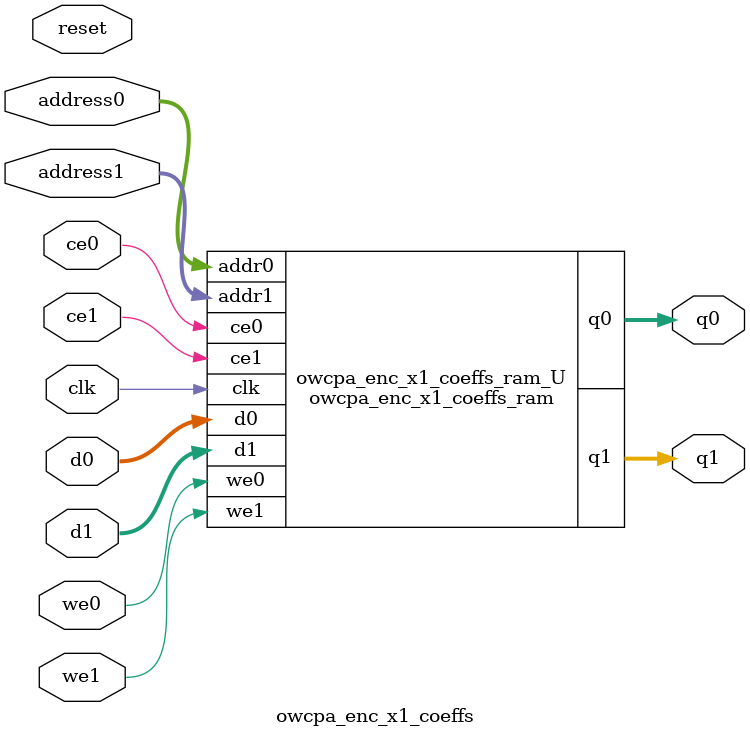
<source format=v>
`timescale 1 ns / 1 ps
module owcpa_enc_x1_coeffs_ram (addr0, ce0, d0, we0, q0, addr1, ce1, d1, we1, q1,  clk);

parameter DWIDTH = 16;
parameter AWIDTH = 10;
parameter MEM_SIZE = 677;

input[AWIDTH-1:0] addr0;
input ce0;
input[DWIDTH-1:0] d0;
input we0;
output reg[DWIDTH-1:0] q0;
input[AWIDTH-1:0] addr1;
input ce1;
input[DWIDTH-1:0] d1;
input we1;
output reg[DWIDTH-1:0] q1;
input clk;

(* ram_style = "block" *)reg [DWIDTH-1:0] ram[0:MEM_SIZE-1];




always @(posedge clk)  
begin 
    if (ce0) 
    begin
        if (we0) 
        begin 
            ram[addr0] <= d0; 
        end 
        q0 <= ram[addr0];
    end
end


always @(posedge clk)  
begin 
    if (ce1) 
    begin
        if (we1) 
        begin 
            ram[addr1] <= d1; 
        end 
        q1 <= ram[addr1];
    end
end


endmodule

`timescale 1 ns / 1 ps
module owcpa_enc_x1_coeffs(
    reset,
    clk,
    address0,
    ce0,
    we0,
    d0,
    q0,
    address1,
    ce1,
    we1,
    d1,
    q1);

parameter DataWidth = 32'd16;
parameter AddressRange = 32'd677;
parameter AddressWidth = 32'd10;
input reset;
input clk;
input[AddressWidth - 1:0] address0;
input ce0;
input we0;
input[DataWidth - 1:0] d0;
output[DataWidth - 1:0] q0;
input[AddressWidth - 1:0] address1;
input ce1;
input we1;
input[DataWidth - 1:0] d1;
output[DataWidth - 1:0] q1;



owcpa_enc_x1_coeffs_ram owcpa_enc_x1_coeffs_ram_U(
    .clk( clk ),
    .addr0( address0 ),
    .ce0( ce0 ),
    .we0( we0 ),
    .d0( d0 ),
    .q0( q0 ),
    .addr1( address1 ),
    .ce1( ce1 ),
    .we1( we1 ),
    .d1( d1 ),
    .q1( q1 ));

endmodule


</source>
